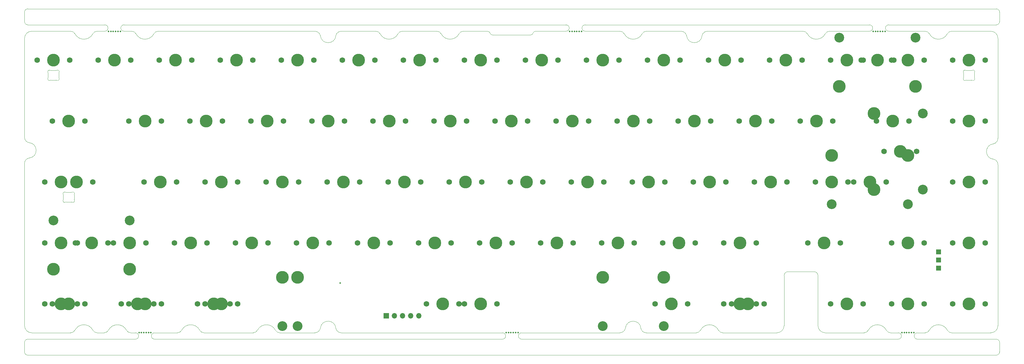
<source format=gts>
G04 #@! TF.GenerationSoftware,KiCad,Pcbnew,(6.99.0-1912-g359c99991b)*
G04 #@! TF.CreationDate,2023-08-15T13:40:24+07:00*
G04 #@! TF.ProjectId,nyx,6e79782e-6b69-4636-9164-5f7063625858,2*
G04 #@! TF.SameCoordinates,Original*
G04 #@! TF.FileFunction,Soldermask,Top*
G04 #@! TF.FilePolarity,Negative*
%FSLAX46Y46*%
G04 Gerber Fmt 4.6, Leading zero omitted, Abs format (unit mm)*
G04 Created by KiCad (PCBNEW (6.99.0-1912-g359c99991b)) date 2023-08-15 13:40:24*
%MOMM*%
%LPD*%
G01*
G04 APERTURE LIST*
%ADD10C,1.750000*%
%ADD11C,3.987800*%
%ADD12C,3.048000*%
%ADD13C,0.500000*%
%ADD14R,1.700000X1.700000*%
%ADD15O,1.700000X1.700000*%
%ADD16R,1.524000X1.524000*%
G04 #@! TA.AperFunction,Profile*
%ADD17C,0.100000*%
G04 #@! TD*
G04 APERTURE END LIST*
D10*
X218267323Y-73184823D03*
D11*
X223347323Y-73184823D03*
D10*
X228427323Y-73184823D03*
D12*
X180484823Y-99219823D03*
D11*
X180484823Y-83979823D03*
D12*
X80472323Y-99219823D03*
D11*
X80472323Y-83979823D03*
D13*
X268572706Y-7050000D03*
X267832706Y-7050000D03*
X267092706Y-7050000D03*
X266352706Y-7050000D03*
X265612706Y-7050000D03*
X264872706Y-7050000D03*
D10*
X6336073Y-54134823D03*
D11*
X11416073Y-54134823D03*
D10*
X16496073Y-54134823D03*
X99204823Y-16034823D03*
D11*
X104284823Y-16034823D03*
D10*
X109364823Y-16034823D03*
D12*
X199534823Y-99219823D03*
D11*
X199534823Y-83979823D03*
D12*
X85234823Y-99219823D03*
D11*
X85234823Y-83979823D03*
D10*
X289704823Y-54134823D03*
D11*
X294784823Y-54134823D03*
D10*
X299864823Y-54134823D03*
X213504823Y-16034823D03*
D11*
X218584823Y-16034823D03*
D10*
X223664823Y-16034823D03*
X180167323Y-73184823D03*
D11*
X185247323Y-73184823D03*
D10*
X190327323Y-73184823D03*
X268273573Y-44609823D03*
D11*
X273353573Y-44609823D03*
D10*
X278433573Y-44609823D03*
X137304823Y-16034823D03*
D11*
X142384823Y-16034823D03*
D10*
X147464823Y-16034823D03*
X6336073Y-92234823D03*
D11*
X11416073Y-92234823D03*
D10*
X16496073Y-92234823D03*
X199217323Y-73184823D03*
D11*
X204297323Y-73184823D03*
D10*
X209377323Y-73184823D03*
X42054823Y-16034823D03*
D11*
X47134823Y-16034823D03*
D10*
X52214823Y-16034823D03*
X15861073Y-73184823D03*
D11*
X20941073Y-73184823D03*
D10*
X26021073Y-73184823D03*
X75392323Y-54134823D03*
D11*
X80472323Y-54134823D03*
D10*
X85552323Y-54134823D03*
X289704823Y-73184823D03*
D11*
X294784823Y-73184823D03*
D10*
X299864823Y-73184823D03*
X196836073Y-92234823D03*
D11*
X201916073Y-92234823D03*
D10*
X206996073Y-92234823D03*
X156354823Y-16034823D03*
D11*
X161434823Y-16034823D03*
D10*
X166514823Y-16034823D03*
D12*
X9034823Y-66199823D03*
D11*
X9034823Y-81439823D03*
D12*
X32847323Y-66199823D03*
D11*
X32847323Y-81439823D03*
D10*
X189692323Y-54134823D03*
D11*
X194772323Y-54134823D03*
D10*
X199852323Y-54134823D03*
X146829823Y-35084823D03*
D11*
X151909823Y-35084823D03*
D10*
X156989823Y-35084823D03*
X118254823Y-16034823D03*
D11*
X123334823Y-16034823D03*
D10*
X128414823Y-16034823D03*
X56342323Y-54134823D03*
D11*
X61422323Y-54134823D03*
D10*
X66502323Y-54134823D03*
X242079823Y-35084823D03*
D11*
X247159823Y-35084823D03*
D10*
X252239823Y-35084823D03*
X258748573Y-54134823D03*
D11*
X263828573Y-54134823D03*
D10*
X268908573Y-54134823D03*
D13*
X173850000Y-7050000D03*
X173110000Y-7050000D03*
X172370000Y-7050000D03*
X171630000Y-7050000D03*
X170890000Y-7050000D03*
X170150000Y-7050000D03*
D12*
X254303573Y-9049823D03*
D11*
X254303573Y-24289823D03*
D12*
X278116073Y-9049823D03*
D11*
X278116073Y-24289823D03*
D10*
X132542323Y-54134823D03*
D11*
X137622323Y-54134823D03*
D10*
X142702323Y-54134823D03*
X23004823Y-16034823D03*
D11*
X28084823Y-16034823D03*
D10*
X33164823Y-16034823D03*
X270654823Y-16034823D03*
D11*
X275734823Y-16034823D03*
D10*
X280814823Y-16034823D03*
X203979823Y-35084823D03*
D11*
X209059823Y-35084823D03*
D10*
X214139823Y-35084823D03*
X220648573Y-92234823D03*
D11*
X225728573Y-92234823D03*
D10*
X230808573Y-92234823D03*
D13*
X35750000Y-101222338D03*
X36490000Y-101222338D03*
X37230000Y-101222338D03*
X37970000Y-101222338D03*
X38710000Y-101222338D03*
X39450000Y-101222338D03*
D10*
X46817323Y-73184823D03*
D11*
X51897323Y-73184823D03*
D10*
X56977323Y-73184823D03*
X32529823Y-35084823D03*
D11*
X37609823Y-35084823D03*
D10*
X42689823Y-35084823D03*
X137304823Y-92234823D03*
D11*
X142384823Y-92234823D03*
D10*
X147464823Y-92234823D03*
X125398573Y-92234823D03*
D11*
X130478573Y-92234823D03*
D10*
X135558573Y-92234823D03*
X270654823Y-92234823D03*
D11*
X275734823Y-92234823D03*
D10*
X280814823Y-92234823D03*
X175404823Y-16034823D03*
D11*
X180484823Y-16034823D03*
D10*
X185564823Y-16034823D03*
X208742323Y-54134823D03*
D11*
X213822323Y-54134823D03*
D10*
X218902323Y-54134823D03*
X89679823Y-35084823D03*
D11*
X94759823Y-35084823D03*
D10*
X99839823Y-35084823D03*
X161117323Y-73184823D03*
D11*
X166197323Y-73184823D03*
D10*
X171277323Y-73184823D03*
X194454823Y-16034823D03*
D11*
X199534823Y-16034823D03*
D10*
X204614823Y-16034823D03*
X108729823Y-35084823D03*
D11*
X113809823Y-35084823D03*
D10*
X118889823Y-35084823D03*
X232554823Y-16034823D03*
D11*
X237634823Y-16034823D03*
D10*
X242714823Y-16034823D03*
X165879823Y-35084823D03*
D11*
X170959823Y-35084823D03*
D10*
X176039823Y-35084823D03*
X270654823Y-73184823D03*
D11*
X275734823Y-73184823D03*
D10*
X280814823Y-73184823D03*
X56342323Y-92234823D03*
D11*
X61422323Y-92234823D03*
D10*
X66502323Y-92234823D03*
X142067323Y-73184823D03*
D11*
X147147323Y-73184823D03*
D10*
X152227323Y-73184823D03*
X65867323Y-73184823D03*
D11*
X70947323Y-73184823D03*
D10*
X76027323Y-73184823D03*
D11*
X265098573Y-32703573D03*
X265098573Y-56516073D03*
D12*
X280338573Y-32703573D03*
X280338573Y-56516073D03*
D10*
X94442323Y-54134823D03*
D11*
X99522323Y-54134823D03*
D10*
X104602323Y-54134823D03*
X11098573Y-54134823D03*
D11*
X16178573Y-54134823D03*
D10*
X21258573Y-54134823D03*
X227792323Y-54134823D03*
D11*
X232872323Y-54134823D03*
D10*
X237952323Y-54134823D03*
D13*
X273850001Y-101222338D03*
X274590001Y-101222338D03*
X275330001Y-101222338D03*
X276070001Y-101222338D03*
X276810001Y-101222338D03*
X277550001Y-101222338D03*
D10*
X223029823Y-35084823D03*
D11*
X228109823Y-35084823D03*
D10*
X233189823Y-35084823D03*
X289704823Y-35084823D03*
D11*
X294784823Y-35084823D03*
D10*
X299864823Y-35084823D03*
X265892323Y-35084823D03*
D11*
X270972323Y-35084823D03*
D10*
X276052323Y-35084823D03*
X289704823Y-16034823D03*
D11*
X294784823Y-16034823D03*
D10*
X299864823Y-16034823D03*
X127779823Y-35084823D03*
D11*
X132859823Y-35084823D03*
D10*
X137939823Y-35084823D03*
X70629823Y-35084823D03*
D11*
X75709823Y-35084823D03*
D10*
X80789823Y-35084823D03*
X37292323Y-54134823D03*
D11*
X42372323Y-54134823D03*
D10*
X47452323Y-54134823D03*
X27767323Y-73184823D03*
D11*
X32847323Y-73184823D03*
D10*
X37927323Y-73184823D03*
X251604823Y-92234823D03*
D11*
X256684823Y-92234823D03*
D10*
X261764823Y-92234823D03*
X8717323Y-92234823D03*
D11*
X13797323Y-92234823D03*
D10*
X18877323Y-92234823D03*
X61104823Y-16034823D03*
D11*
X66184823Y-16034823D03*
D10*
X71264823Y-16034823D03*
X3954823Y-16034823D03*
D11*
X9034823Y-16034823D03*
D10*
X14114823Y-16034823D03*
X123017323Y-73184823D03*
D11*
X128097323Y-73184823D03*
D10*
X133177323Y-73184823D03*
X53961073Y-92234823D03*
D11*
X59041073Y-92234823D03*
D10*
X64121073Y-92234823D03*
X103967323Y-73184823D03*
D11*
X109047323Y-73184823D03*
D10*
X114127323Y-73184823D03*
X261129823Y-16034823D03*
D11*
X266209823Y-16034823D03*
D10*
X271289823Y-16034823D03*
D13*
X150311353Y-101222338D03*
X151051353Y-101222338D03*
X151791353Y-101222338D03*
X152531353Y-101222338D03*
X153271353Y-101222338D03*
X154011353Y-101222338D03*
X29899997Y-7050000D03*
X29159997Y-7050000D03*
X28419997Y-7050000D03*
X27679997Y-7050000D03*
X26939997Y-7050000D03*
X26199997Y-7050000D03*
D10*
X113492323Y-54134823D03*
D11*
X118572323Y-54134823D03*
D10*
X123652323Y-54134823D03*
X84917323Y-73184823D03*
D11*
X89997323Y-73184823D03*
D10*
X95077323Y-73184823D03*
X151592323Y-54134823D03*
D11*
X156672323Y-54134823D03*
D10*
X161752323Y-54134823D03*
X218267323Y-92234823D03*
D11*
X223347323Y-92234823D03*
D10*
X228427323Y-92234823D03*
X8717323Y-35084823D03*
D11*
X13797323Y-35084823D03*
D10*
X18877323Y-35084823D03*
X6336073Y-73184823D03*
D11*
X11416073Y-73184823D03*
D10*
X16496073Y-73184823D03*
D12*
X275734823Y-61119823D03*
D11*
X275734823Y-45879823D03*
D12*
X251922323Y-61119823D03*
D11*
X251922323Y-45879823D03*
D10*
X251604823Y-16034823D03*
D11*
X256684823Y-16034823D03*
D10*
X261764823Y-16034823D03*
X32529823Y-92234823D03*
D11*
X37609823Y-92234823D03*
D10*
X42689823Y-92234823D03*
X170642323Y-54134823D03*
D11*
X175722323Y-54134823D03*
D10*
X180802323Y-54134823D03*
X289704823Y-92234823D03*
D11*
X294784823Y-92234823D03*
D10*
X299864823Y-92234823D03*
X184929823Y-35084823D03*
D11*
X190009823Y-35084823D03*
D10*
X195089823Y-35084823D03*
X30148573Y-92234823D03*
D11*
X35228573Y-92234823D03*
D10*
X40308573Y-92234823D03*
X244461073Y-73184823D03*
D11*
X249541073Y-73184823D03*
D10*
X254621073Y-73184823D03*
X246842323Y-54134823D03*
D11*
X251922323Y-54134823D03*
D10*
X257002323Y-54134823D03*
X51579823Y-35084823D03*
D11*
X56659823Y-35084823D03*
D10*
X61739823Y-35084823D03*
X80154823Y-16034823D03*
D11*
X85234823Y-16034823D03*
D10*
X90314823Y-16034823D03*
D14*
X112919999Y-95949999D03*
D15*
X115459999Y-95949999D03*
X117999999Y-95949999D03*
X120539999Y-95949999D03*
X123079999Y-95949999D03*
D13*
X98500000Y-85700000D03*
D16*
X285249999Y-75999999D03*
X285249999Y-78499999D03*
X285249999Y-81099999D03*
D17*
X301600202Y-101272406D02*
G75*
G03*
X303822706Y-99049835I-102J2222606D01*
G01*
X40600000Y-103272338D02*
X149161353Y-103272338D01*
X71376999Y-101272345D02*
G75*
G03*
X72707000Y-100446691I-15399J1508845D01*
G01*
X98847999Y-7000000D02*
X109651997Y-7000000D01*
X237074986Y-83399998D02*
X237074986Y-99022338D01*
X136948002Y-7000004D02*
G75*
G03*
X135618000Y-7806000I398J-1500996D01*
G01*
X268967975Y-100446699D02*
G75*
G03*
X270297993Y-101272337I1345325J683099D01*
G01*
X33451997Y-7000000D02*
X31049997Y-7000000D01*
X304322700Y-1000000D02*
G75*
G03*
X303322706Y0I-1000000J0D01*
G01*
X289347996Y-7000000D02*
X301600202Y-7000000D01*
X303322706Y-108272406D02*
G75*
G03*
X304322706Y-107272338I-106J1000106D01*
G01*
X25049997Y-5000000D02*
X1000000Y-5000000D01*
X34781999Y-7806000D02*
G75*
G03*
X40367997Y-7806000I2792999J1455492D01*
G01*
X24876999Y-101272338D02*
X22647999Y-101272338D01*
X97179782Y-99907551D02*
G75*
G03*
X98847996Y-101272338I1668618J337651D01*
G01*
X251247981Y-6999980D02*
G75*
G03*
X249917994Y-7806000I319J-1500820D01*
G01*
X15731999Y-7806000D02*
G75*
G03*
X14401997Y-7000001I-1328549J-691940D01*
G01*
X282432022Y-7805994D02*
G75*
G03*
X281101994Y-7000001I-1328522J-691906D01*
G01*
X303827411Y-48693176D02*
X303822706Y-99049835D01*
X79623001Y-101272338D02*
X90601994Y-101272338D01*
X278700001Y-101272338D02*
X281102009Y-101272338D01*
X303322706Y0D02*
X1000000Y0D01*
X130031972Y-7806015D02*
G75*
G03*
X128702000Y-7000001I-1328472J-691785D01*
G01*
X54655994Y-100446691D02*
G75*
G03*
X49069996Y-100446691I-2792999J-1455492D01*
G01*
X31793026Y-100446677D02*
G75*
G03*
X33123001Y-101272337I1345274J682977D01*
G01*
X0Y-107272338D02*
X0Y-104272338D01*
X78293026Y-100446677D02*
G75*
G03*
X79623001Y-101272337I1345274J682977D01*
G01*
X289347996Y-6999994D02*
G75*
G03*
X288018010Y-7806000I304J-1500806D01*
G01*
X234824986Y-101272386D02*
G75*
G03*
X237074986Y-99022338I-86J2250086D01*
G01*
X34781941Y-7806030D02*
G75*
G03*
X33451997Y-7000001I-1328541J-691870D01*
G01*
X21317997Y-100446691D02*
G75*
G03*
X15731999Y-100446691I-2792999J-1455492D01*
G01*
X217911000Y-101272338D02*
X234824986Y-101272338D01*
X192377306Y-99907545D02*
G75*
G03*
X187537331Y-99827543I-2423306J-160755D01*
G01*
X155161353Y-103272338D02*
X272700001Y-103272338D01*
X22647999Y-7000002D02*
G75*
G03*
X21317998Y-7806000I401J-1500998D01*
G01*
X0Y-99049833D02*
G75*
G03*
X2222503Y-101272338I2222503J-2D01*
G01*
X288017979Y-100446706D02*
G75*
G03*
X289348011Y-101272338I1345321J683106D01*
G01*
X175000000Y-7000000D02*
X185851994Y-7000000D01*
X47739994Y-101272307D02*
G75*
G03*
X49069995Y-100446691I-15294J1508707D01*
G01*
X136948002Y-7000000D02*
X144500000Y-7000000D01*
X1000000Y0D02*
G75*
G03*
X0Y-1000000I0J-1000000D01*
G01*
X92339807Y-8400003D02*
G75*
G03*
X90601997Y-7000001I-1736307J-376697D01*
G01*
X206639807Y-8400003D02*
G75*
G03*
X204901997Y-7000001I-1736307J-376697D01*
G01*
X303322706Y-5000000D02*
X269722706Y-5000000D01*
X14401997Y-101272338D02*
X2222503Y-101272338D01*
X78292999Y-100446691D02*
G75*
G03*
X72707001Y-100446691I-2792999J-1455492D01*
G01*
X159500000Y-7000024D02*
G75*
G03*
X158700000Y-7600000I-800J-832276D01*
G01*
X304322762Y-104272338D02*
G75*
G03*
X303322706Y-103272338I-1000062J-62D01*
G01*
X209664998Y-101272311D02*
G75*
G03*
X210995000Y-100446691I-15298J1508711D01*
G01*
X303827349Y-48693176D02*
G75*
G03*
X302507411Y-47025000I-1714649J-424D01*
G01*
X194097996Y-7000018D02*
G75*
G03*
X192767994Y-7806000I-1496J-1497882D01*
G01*
X187181971Y-7806013D02*
G75*
G03*
X185851994Y-7000001I-1328471J-691787D01*
G01*
X303822706Y-9222505D02*
X303827411Y-40462174D01*
X302427417Y-42200059D02*
G75*
G03*
X302507411Y-47024999I240783J-2409141D01*
G01*
X251247981Y-7000000D02*
X263722706Y-7000000D01*
X268967991Y-100446691D02*
G75*
G03*
X263381993Y-100446691I-2792999J-1455492D01*
G01*
X206639815Y-8400001D02*
G75*
G03*
X211479823Y-8320000I2416685J240801D01*
G01*
X216580977Y-100446702D02*
G75*
G03*
X217911000Y-101272337I1345323J683102D01*
G01*
X21317977Y-100446701D02*
G75*
G03*
X22647999Y-101272337I1345323J683101D01*
G01*
X247650002Y-83399998D02*
G75*
G03*
X246399998Y-82149998I-1249602J398D01*
G01*
X304322706Y-1000000D02*
X304322706Y-4000000D01*
X110981958Y-7806022D02*
G75*
G03*
X109651997Y-7000001I-1328658J-692078D01*
G01*
X304322706Y-104272338D02*
X304322706Y-107272338D01*
X194097996Y-7000000D02*
X204901997Y-7000000D01*
X31792999Y-100446691D02*
G75*
G03*
X26207001Y-100446691I-2792999J-1455492D01*
G01*
X90601994Y-101272331D02*
G75*
G03*
X92339819Y-99827543I1506J1765731D01*
G01*
X303322706Y-5000006D02*
G75*
G03*
X304322706Y-4000000I-6J1000006D01*
G01*
X149161353Y-101272338D02*
X98847996Y-101272338D01*
X302427414Y-42200015D02*
G75*
G03*
X303827410Y-40462174I-376714J1736315D01*
G01*
X0Y-99049833D02*
X0Y-48291535D01*
X41697999Y-7000002D02*
G75*
G03*
X40367998Y-7806000I401J-1500998D01*
G01*
X185799504Y-101272341D02*
G75*
G03*
X187537330Y-99827543I1496J1765741D01*
G01*
X1000000Y-103272338D02*
G75*
G03*
X0Y-104272338I-1J-999999D01*
G01*
X97179816Y-99907543D02*
G75*
G03*
X92339821Y-99827543I-2423316J-160757D01*
G01*
X169000000Y-7000000D02*
X159500000Y-7000000D01*
X110981999Y-7806000D02*
G75*
G03*
X116567997Y-7806000I2792999J1455492D01*
G01*
X24876999Y-101272345D02*
G75*
G03*
X26207000Y-100446691I-15399J1508845D01*
G01*
X117897999Y-7000000D02*
X128702000Y-7000000D01*
X-2Y-40183465D02*
G75*
G03*
X1362325Y-41824999I1670682J445D01*
G01*
X2Y-107272338D02*
G75*
G03*
X1000000Y-108272338I999998J-2D01*
G01*
X0Y-4000000D02*
G75*
G03*
X1000000Y-5000000I1000000J0D01*
G01*
X262051991Y-101272306D02*
G75*
G03*
X263381993Y-100446691I-15291J1508706D01*
G01*
X278700001Y-103272338D02*
X303322706Y-103272338D01*
X192377282Y-99907553D02*
G75*
G03*
X194045506Y-101272338I1668618J337653D01*
G01*
X0Y-40183465D02*
X0Y-9222503D01*
X249899998Y-101272338D02*
X262051991Y-101272338D01*
X15731999Y-7806000D02*
G75*
G03*
X21317997Y-7806000I2792999J1455492D01*
G01*
X1442325Y-46649999D02*
G75*
G03*
X1362325Y-41825001I-240727J2409171D01*
G01*
X54655976Y-100446700D02*
G75*
G03*
X55985996Y-101272337I1345324J683100D01*
G01*
X41697999Y-7000000D02*
X90601997Y-7000000D01*
X247650062Y-99022338D02*
G75*
G03*
X249899998Y-101272338I2249938J-62D01*
G01*
X246399998Y-82149998D02*
X238324986Y-82149998D01*
X157900000Y-8199976D02*
G75*
G03*
X158700000Y-7600000I800J832276D01*
G01*
X145300023Y-7599993D02*
G75*
G03*
X144500000Y-7000000I-799223J-232307D01*
G01*
X33123001Y-101272338D02*
X34600000Y-101272338D01*
X282432011Y-7806000D02*
G75*
G03*
X288018009Y-7806000I2792999J1455492D01*
G01*
X1000000Y-108272338D02*
X303322706Y-108272338D01*
X40600000Y-101272338D02*
X47739994Y-101272338D01*
X270297993Y-101272338D02*
X272700001Y-101272338D01*
X2222503Y-7000000D02*
G75*
G03*
X0Y-9222503I0J-2222503D01*
G01*
X209664998Y-101272338D02*
X194045506Y-101272338D01*
X247649998Y-99022338D02*
X247649998Y-83399998D01*
X303822700Y-9222505D02*
G75*
G03*
X301600202Y-7000000I-2222500J5D01*
G01*
X169000000Y-5000000D02*
X31049997Y-5000000D01*
X187181996Y-7805999D02*
G75*
G03*
X192767994Y-7806000I2792999J1455492D01*
G01*
X117897999Y-7000002D02*
G75*
G03*
X116567998Y-7806000I401J-1500998D01*
G01*
X213147999Y-6999979D02*
G75*
G03*
X211479824Y-8320000I501J-1714721D01*
G01*
X71376999Y-101272338D02*
X55985996Y-101272338D01*
X175000000Y-5000000D02*
X263722706Y-5000000D01*
X0Y-4000000D02*
X0Y-1000000D01*
X146100000Y-8200000D02*
X157900000Y-8200000D01*
X244331996Y-7806000D02*
G75*
G03*
X249917994Y-7806000I2792999J1455492D01*
G01*
X155161353Y-101272338D02*
X185799504Y-101272338D01*
X14401997Y-101272310D02*
G75*
G03*
X15731999Y-100446691I-15297J1508710D01*
G01*
X269722706Y-7000000D02*
X281101994Y-7000000D01*
X145299977Y-7600007D02*
G75*
G03*
X146100000Y-8200000I799223J232307D01*
G01*
X216580998Y-100446691D02*
G75*
G03*
X210995000Y-100446691I-2792999J-1455492D01*
G01*
X213147999Y-7000000D02*
X243001979Y-7000000D01*
X2222503Y-7000000D02*
X14401997Y-7000000D01*
X289348011Y-101272338D02*
X301600202Y-101272338D01*
X25049997Y-7000000D02*
X22647999Y-7000000D01*
X98847999Y-6999979D02*
G75*
G03*
X97179824Y-8320000I501J-1714721D01*
G01*
X92339815Y-8400001D02*
G75*
G03*
X97179823Y-8320000I2416685J240801D01*
G01*
X1442325Y-46650000D02*
G75*
G03*
X0Y-48291535I213454J-1641963D01*
G01*
X281102009Y-101272321D02*
G75*
G03*
X282432011Y-100446691I-15309J1508721D01*
G01*
X130032002Y-7806000D02*
G75*
G03*
X135618000Y-7806000I2792999J1455492D01*
G01*
X238324986Y-82149986D02*
G75*
G03*
X237074986Y-83399998I-386J-1249614D01*
G01*
X244332019Y-7805988D02*
G75*
G03*
X243001979Y-7000001I-1328519J-691912D01*
G01*
X1000000Y-103272338D02*
X34600000Y-103272338D01*
X288018009Y-100446691D02*
G75*
G03*
X282432011Y-100446691I-2792999J-1455492D01*
G01*
X263722706Y-7000000D02*
G75*
G03*
X263722706Y-5000000I0J1000000D01*
G01*
X269722706Y-5000000D02*
G75*
G03*
X269722706Y-7000000I0J-1000000D01*
G01*
X169000000Y-7000000D02*
G75*
G03*
X169000000Y-5000000I0J1000000D01*
G01*
X175000000Y-5000000D02*
G75*
G03*
X175000000Y-7000000I0J-1000000D01*
G01*
X40600000Y-101272338D02*
G75*
G03*
X40600000Y-103272338I0J-1000000D01*
G01*
X34600000Y-103272338D02*
G75*
G03*
X34600000Y-101272338I0J1000000D01*
G01*
X278700001Y-101272338D02*
G75*
G03*
X278700001Y-103272338I0J-1000000D01*
G01*
X272700001Y-103272338D02*
G75*
G03*
X272700001Y-101272338I0J1000000D01*
G01*
X155161353Y-101272338D02*
G75*
G03*
X155161353Y-103272338I0J-1000000D01*
G01*
X149161353Y-103272338D02*
G75*
G03*
X149161353Y-101272338I0J1000000D01*
G01*
X25049997Y-7000000D02*
G75*
G03*
X25049997Y-5000000I0J1000000D01*
G01*
X31049997Y-5000000D02*
G75*
G03*
X31049997Y-7000000I0J-1000000D01*
G01*
X12100001Y-59587666D02*
X12100001Y-58181982D01*
X13005548Y-57384824D02*
X14594452Y-57384824D01*
X14594452Y-60384823D02*
X13005547Y-60384823D01*
X15499999Y-58181982D02*
X15499999Y-59587666D01*
X12100000Y-58181982D02*
G75*
G03*
X12050515Y-57965104I-499989J2D01*
G01*
X12753289Y-57316525D02*
G75*
G03*
X12050517Y-57965105I-252259J-431700D01*
G01*
X12050516Y-59804544D02*
G75*
G03*
X12100001Y-59587667I-450505J216876D01*
G01*
X12050516Y-59804544D02*
G75*
G03*
X12753289Y-60453122I450514J-216878D01*
G01*
X13005547Y-60384823D02*
G75*
G03*
X12753289Y-60453122I3J-500009D01*
G01*
X12753289Y-57316525D02*
G75*
G03*
X13005548Y-57384824I252261J431710D01*
G01*
X14846711Y-60453123D02*
G75*
G03*
X14594453Y-60384824I-252261J-431710D01*
G01*
X14594452Y-57384823D02*
G75*
G03*
X14846710Y-57316525I-2J500010D01*
G01*
X15549480Y-57965102D02*
G75*
G03*
X14846711Y-57316527I-450510J216879D01*
G01*
X15549484Y-57965104D02*
G75*
G03*
X15499999Y-58181981I450866J-216959D01*
G01*
X14846711Y-60453123D02*
G75*
G03*
X15549484Y-59804544I252259J431700D01*
G01*
X15499987Y-59587666D02*
G75*
G03*
X15549484Y-59804544I500513J143D01*
G01*
X293084824Y-21487666D02*
X293084824Y-20081982D01*
X293990371Y-19284824D02*
X295579275Y-19284824D01*
X295579275Y-22284823D02*
X293990370Y-22284823D01*
X296484822Y-20081982D02*
X296484822Y-21487666D01*
X293084823Y-20081982D02*
G75*
G03*
X293035338Y-19865104I-499989J2D01*
G01*
X293738112Y-19216525D02*
G75*
G03*
X293035340Y-19865105I-252259J-431700D01*
G01*
X293035339Y-21704544D02*
G75*
G03*
X293084824Y-21487667I-450505J216876D01*
G01*
X293035339Y-21704544D02*
G75*
G03*
X293738112Y-22353122I450514J-216878D01*
G01*
X293990370Y-22284823D02*
G75*
G03*
X293738112Y-22353122I3J-500009D01*
G01*
X293738112Y-19216525D02*
G75*
G03*
X293990371Y-19284824I252261J431710D01*
G01*
X295831534Y-22353123D02*
G75*
G03*
X295579276Y-22284824I-252261J-431710D01*
G01*
X295579275Y-19284823D02*
G75*
G03*
X295831533Y-19216525I-2J500010D01*
G01*
X296534303Y-19865102D02*
G75*
G03*
X295831534Y-19216527I-450510J216879D01*
G01*
X296534307Y-19865104D02*
G75*
G03*
X296484822Y-20081981I450866J-216959D01*
G01*
X295831534Y-22353123D02*
G75*
G03*
X296534307Y-21704544I252259J431700D01*
G01*
X296484810Y-21487666D02*
G75*
G03*
X296534307Y-21704544I500513J143D01*
G01*
X7334824Y-21487666D02*
X7334824Y-20081982D01*
X8240371Y-19284824D02*
X9829275Y-19284824D01*
X9829275Y-22284823D02*
X8240370Y-22284823D01*
X10734822Y-20081982D02*
X10734822Y-21487666D01*
X7334823Y-20081982D02*
G75*
G03*
X7285338Y-19865104I-499989J2D01*
G01*
X7988112Y-19216525D02*
G75*
G03*
X7285340Y-19865105I-252259J-431700D01*
G01*
X7285339Y-21704544D02*
G75*
G03*
X7334824Y-21487667I-450505J216876D01*
G01*
X7285339Y-21704544D02*
G75*
G03*
X7988112Y-22353122I450514J-216878D01*
G01*
X8240370Y-22284823D02*
G75*
G03*
X7988112Y-22353122I3J-500009D01*
G01*
X7988112Y-19216525D02*
G75*
G03*
X8240371Y-19284824I252261J431710D01*
G01*
X10081534Y-22353123D02*
G75*
G03*
X9829276Y-22284824I-252261J-431710D01*
G01*
X9829275Y-19284823D02*
G75*
G03*
X10081533Y-19216525I-2J500010D01*
G01*
X10784303Y-19865102D02*
G75*
G03*
X10081534Y-19216527I-450510J216879D01*
G01*
X10784307Y-19865104D02*
G75*
G03*
X10734822Y-20081981I450866J-216959D01*
G01*
X10081534Y-22353123D02*
G75*
G03*
X10784307Y-21704544I252259J431700D01*
G01*
X10734810Y-21487666D02*
G75*
G03*
X10784307Y-21704544I500513J143D01*
G01*
M02*

</source>
